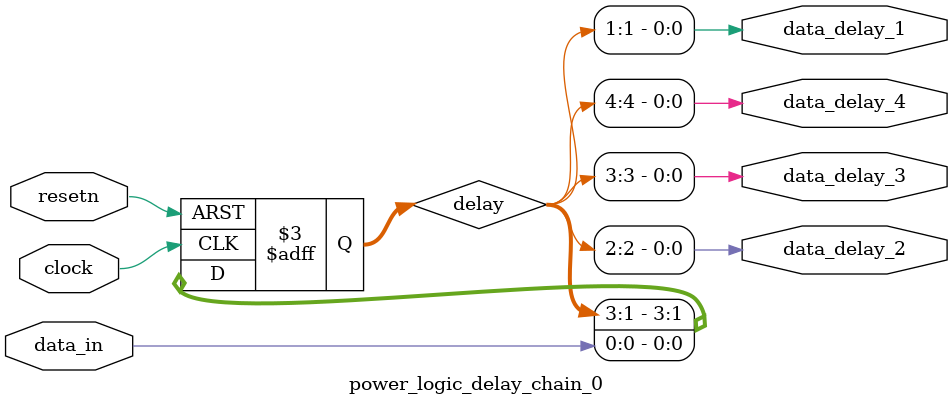
<source format=sv>
module power_logic_delay_chain_0(
	input  wire clock,
	input  wire resetn,
	input  wire data_in,
	output wire data_delay_1,
	output wire data_delay_2,
	output wire data_delay_3,
	output wire data_delay_4
);

reg [4:1] delay;

assign data_delay_1 = delay[1];
assign data_delay_2 = delay[2];
assign data_delay_3 = delay[3];
assign data_delay_4 = delay[4];

always @(posedge clock or negedge resetn)
begin
	if(~resetn)
		delay <= 4'b0;
	else
		delay <= {delay[3:1], data_in};
end

endmodule


</source>
